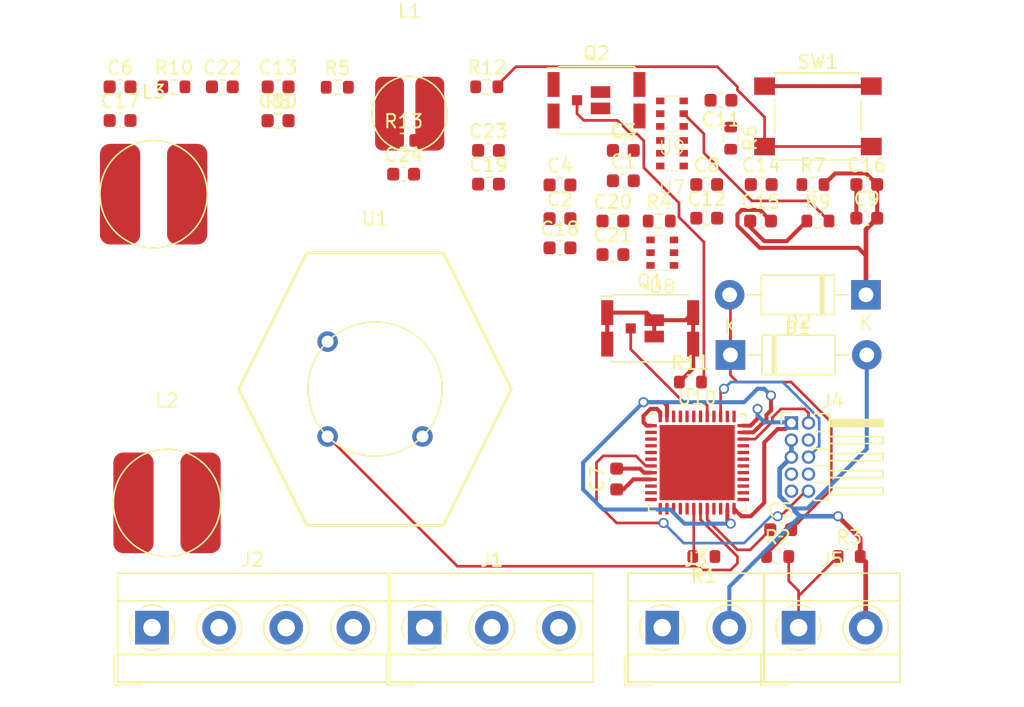
<source format=kicad_pcb>
(kicad_pcb (version 20211014) (generator pcbnew)
  (layers (0 "F.Cu" signal) (31 "B.Cu" signal) (34 "B.Paste" user) (35 "F.Paste" user) (36 "B.SilkS" user "B.Silkscreen") (37 "F.SilkS" user "F.Silkscreen") (38 "B.Mask" user) (39 "F.Mask" user) (44 "Edge.Cuts" user))
  (net 0 "")
  (net 1 "GND12V")
  (net 2 "Net-(C5-Pad2)")
  (net 3 "+5V")
  (net 4 "temper")
  (net 5 "I2C_1_SDA")
  (net 6 "I2C_1_CLK")
  (net 7 "+BATT")
  (net 8 "+3.3V")
  (net 9 "SWDIO")
  (net 10 "SWDLK")
  (net 11 "TDO")
  (net 13 "TDI")
  (net 15 "RST")
  (net 16 "Net-(C6-Pad1)")
  (net 17 "Net-(C10-Pad1)")
  (net 18 "+12V")
  (net 19 "Net-(C14-Pad1)")
  (net 20 "peri_power_1")
  (net 21 "peri_power_2")
  (net 22 "Net-(C6-Pad2)")
  (net 23 "Net-(R4-Pad2)")
  (net 24 "Net-(C10-Pad2)")
  (net 25 "Net-(R6-Pad2)")
  (net 26 "Net-(C14-Pad2)")
  (net 27 "Net-(R10-Pad1)")
  (net 41 "pres")
  (net 42 "acoustic")
  (net 45 "3.3V_GND")
  (net 55 "ch4_B")
  (net 56 "Net-(C18-Pad2)")
  (net 57 "ch4_A")
  (net 58 "Net-(BZ1-Pad1)")
  (net 59 "Net-(R12-Pad2)")
  (net 60 "Net-(U1-Pad1)")
  (net 61 "Net-(U1-Pad3)")
  (footprint "TerminalBlock_MetzConnect:TerminalBlock_MetzConnect_Type055_RT01502HDWU_1x02_P5.00mm_Horizontal" (layer "F.Cu") (at 152.4 114.3)
    (fp_text reference "J3" (at 2.5 -5.06) (layer "F.SilkS"))
    (fp_text value "Screw_Terminal_01x02")
    (pad "1" thru_hole rect (at 0 0) (size 2.5 2.5) (drill 1.3) (layers *.Cu *.Mask) (net 7 "+BATT"))
    (pad "2" thru_hole circle (at 5 0) (size 2.5 2.5) (drill 1.3) (layers *.Cu *.Mask) (net 1 "GND12V"))
  )
  (footprint "Capacitor_SMD:C_0603_1608Metric" (layer "F.Cu") (at 149 103.225 90)
    (fp_text reference "C7" (at 0 -1.43 90) (layer "F.SilkS"))
    (fp_text value "10uF 4.5 mR")
    (pad "1" smd roundrect (at -0.775 0 90) (size 0.9 0.95) (layers "F.Cu" "F.Paste" "F.Mask") (net 8 "+3.3V"))
    (pad "2" smd roundrect (at 0.775 0 90) (size 0.9 0.95) (layers "F.Cu" "F.Paste" "F.Mask") (net 1 "GND12V"))
  )
  (footprint "Diode_THT:D_DO-41_SOD81_P10.16mm_Horizontal" (layer "F.Cu") (at 167.58 89.5 180)
    (fp_text reference "D1" (at 5.08 -2.47) (layer "F.SilkS"))
    (fp_text value "1N4004")
    (fp_text user "K" (at 0 -2.1) (layer "F.SilkS"))
    (pad "1" thru_hole rect (at 0 0 180) (size 2.2 2.2) (drill 1.1) (layers *.Cu *.Mask) (net 1 "GND12V"))
    (pad "2" thru_hole oval (at 10.16 0 180) (size 2.2 2.2) (drill 1.1) (layers *.Cu *.Mask) (net 2 "Net-(C5-Pad2)"))
  )
  (footprint "Capacitor_SMD:C_0603_1608Metric" (layer "F.Cu") (at 148.725 84)
    (fp_text reference "C20" (at 0 -1.43) (layer "F.SilkS"))
    (fp_text value "100nF")
    (pad "1" smd roundrect (at -0.775 0) (size 0.9 0.95) (layers "F.Cu" "F.Paste" "F.Mask") (net 8 "+3.3V"))
    (pad "2" smd roundrect (at 0.775 0) (size 0.9 0.95) (layers "F.Cu" "F.Paste" "F.Mask") (net 45 "3.3V_GND"))
  )
  (footprint "Capacitor_SMD:C_0603_1608Metric" (layer "F.Cu") (at 159.725 84)
    (fp_text reference "C15" (at 0 -1.43) (layer "F.SilkS"))
    (fp_text value "10uF 2.2mR")
    (pad "1" smd roundrect (at -0.775 0) (size 0.9 0.95) (layers "F.Cu" "F.Paste" "F.Mask") (net 3 "+5V"))
    (pad "2" smd roundrect (at 0.775 0) (size 0.9 0.95) (layers "F.Cu" "F.Paste" "F.Mask") (net 1 "GND12V"))
  )
  (footprint "Capacitor_SMD:C_0603_1608Metric" (layer "F.Cu") (at 112 76.51)
    (fp_text reference "C17" (at 0 -1.43) (layer "F.SilkS"))
    (fp_text value "100nF 20mR")
    (pad "1" smd roundrect (at -0.775 0) (size 0.9 0.95) (layers "F.Cu" "F.Paste" "F.Mask") (net 7 "+BATT"))
    (pad "2" smd roundrect (at 0.775 0) (size 0.9 0.95) (layers "F.Cu" "F.Paste" "F.Mask") (net 1 "GND12V"))
  )
  (footprint "Connector_PinHeader_1.27mm:PinHeader_2x05_P1.27mm_Horizontal" (layer "F.Cu") (at 162.025 99.05)
    (fp_text reference "J4" (at 3.0675 -1.635) (layer "F.SilkS"))
    (fp_text value "Conn_ARM_JTAG_SWD_10")
    (pad "1" thru_hole rect (at 0 0) (size 1 1) (drill 0.65) (layers *.Cu *.Mask) (net 8 "+3.3V"))
    (pad "2" thru_hole oval (at 1.27 0) (size 1 1) (drill 0.65) (layers *.Cu *.Mask) (net 9 "SWDIO"))
    (pad "3" thru_hole oval (at 0 1.27) (size 1 1) (drill 0.65) (layers *.Cu *.Mask) (net 1 "GND12V"))
    (pad "4" thru_hole oval (at 1.27 1.27) (size 1 1) (drill 0.65) (layers *.Cu *.Mask) (net 10 "SWDLK"))
    (pad "5" thru_hole oval (at 0 2.54) (size 1 1) (drill 0.65) (layers *.Cu *.Mask) (net 1 "GND12V"))
    (pad "6" thru_hole oval (at 1.27 2.54) (size 1 1) (drill 0.65) (layers *.Cu *.Mask) (net 11 "TDO"))
    (pad "7" thru_hole oval (at 0 3.81) (size 1 1) (drill 0.65) (layers *.Cu *.Mask))
    (pad "8" thru_hole oval (at 1.27 3.81) (size 1 1) (drill 0.65) (layers *.Cu *.Mask) (net 13 "TDI"))
    (pad "9" thru_hole oval (at 0 5.08) (size 1 1) (drill 0.65) (layers *.Cu *.Mask))
    (pad "10" thru_hole oval (at 1.27 5.08) (size 1 1) (drill 0.65) (layers *.Cu *.Mask) (net 15 "RST"))
  )
  (footprint "Capacitor_SMD:C_0603_1608Metric" (layer "F.Cu") (at 139.455 78.74)
    (fp_text reference "C23" (at 0 -1.43) (layer "F.SilkS"))
    (fp_text value "100nF")
    (pad "1" smd roundrect (at -0.775 0) (size 0.9 0.95) (layers "F.Cu" "F.Paste" "F.Mask") (net 8 "+3.3V"))
    (pad "2" smd roundrect (at 0.775 0) (size 0.9 0.95) (layers "F.Cu" "F.Paste" "F.Mask") (net 1 "GND12V"))
  )
  (footprint "Resistor_SMD:R_0603_1608Metric" (layer "F.Cu") (at 128.185 74.03)
    (fp_text reference "R5" (at 0 -1.43) (layer "F.SilkS"))
    (fp_text value "22kR")
    (pad "1" smd roundrect (at -0.825 0) (size 0.8 0.95) (layers "F.Cu" "F.Paste" "F.Mask") (net 23 "Net-(R4-Pad2)"))
    (pad "2" smd roundrect (at 0.825 0) (size 0.8 0.95) (layers "F.Cu" "F.Paste" "F.Mask") (net 1 "GND12V"))
  )
  (footprint "Resistor_SMD:R_0603_1608Metric" (layer "F.Cu") (at 155.5 109 180)
    (fp_text reference "R1" (at 0 -1.43) (layer "F.SilkS"))
    (fp_text value "4.7KR")
    (pad "1" smd roundrect (at -0.825 0 180) (size 0.8 0.95) (layers "F.Cu" "F.Paste" "F.Mask") (net 3 "+5V"))
    (pad "2" smd roundrect (at 0.825 0 180) (size 0.8 0.95) (layers "F.Cu" "F.Paste" "F.Mask") (net 4 "temper"))
  )
  (footprint "m12:m12con" (layer "F.Cu") (at 131 96.52)
    (fp_text reference "U1" (at 0 -12.7 unlocked) (layer "F.SilkS"))
    (fp_text value "4002B")
    (pad "1" thru_hole circle (at -3.535 -3.535) (size 1.524 1.524) (drill 0.9) (layers *.Cu *.Mask) (net 60 "Net-(U1-Pad1)"))
    (pad "2" thru_hole circle (at -3.535 3.535) (size 1.524 1.524) (drill 0.9) (layers *.Cu *.Mask) (net 41 "pres"))
    (pad "3" thru_hole circle (at 3.535 3.535) (size 1.524 1.524) (drill 0.9) (layers *.Cu *.Mask) (net 61 "Net-(U1-Pad3)"))
  )
  (footprint "Resistor_SMD:R_0603_1608Metric" (layer "F.Cu") (at 116.01 74)
    (fp_text reference "R10" (at 0 -1.43) (layer "F.SilkS"))
    (fp_text value "22kR")
    (pad "1" smd roundrect (at -0.825 0) (size 0.8 0.95) (layers "F.Cu" "F.Paste" "F.Mask") (net 27 "Net-(R10-Pad1)"))
    (pad "2" smd roundrect (at 0.825 0) (size 0.8 0.95) (layers "F.Cu" "F.Paste" "F.Mask") (net 1 "GND12V"))
  )
  (footprint "Resistor_SMD:R_0603_1608Metric" (layer "F.Cu") (at 154.5 96)
    (fp_text reference "R11" (at 0 -1.43) (layer "F.SilkS"))
    (fp_text value "10kR")
    (pad "1" smd roundrect (at -0.825 0) (size 0.8 0.95) (layers "F.Cu" "F.Paste" "F.Mask") (net 1 "GND12V"))
    (pad "2" smd roundrect (at 0.825 0) (size 0.8 0.95) (layers "F.Cu" "F.Paste" "F.Mask") (net 21 "peri_power_2"))
  )
  (footprint "Resistor_SMD:R_0603_1608Metric" (layer "F.Cu") (at 133.13 78)
    (fp_text reference "R13" (at 0 -1.43) (layer "F.SilkS"))
    (fp_text value "500kR")
    (pad "1" smd roundrect (at -0.825 0) (size 0.8 0.95) (layers "F.Cu" "F.Paste" "F.Mask") (net 59 "Net-(R12-Pad2)"))
    (pad "2" smd roundrect (at 0.825 0) (size 0.8 0.95) (layers "F.Cu" "F.Paste" "F.Mask") (net 1 "GND12V"))
  )
  (footprint "Capacitor_SMD:C_0603_1608Metric" (layer "F.Cu") (at 144.78 86)
    (fp_text reference "C18" (at 0 -1.43) (layer "F.SilkS"))
    (fp_text value "100nF")
    (pad "1" smd roundrect (at -0.775 0) (size 0.9 0.95) (layers "F.Cu" "F.Paste" "F.Mask") (net 1 "GND12V"))
    (pad "2" smd roundrect (at 0.775 0) (size 0.9 0.95) (layers "F.Cu" "F.Paste" "F.Mask") (net 56 "Net-(C18-Pad2)"))
  )
  (footprint "Capacitor_SMD:C_0603_1608Metric" (layer "F.Cu") (at 167.64 83.79)
    (fp_text reference "C9" (at 0 -1.43) (layer "F.SilkS"))
    (fp_text value "100nF 3mR")
    (pad "1" smd roundrect (at -0.775 0) (size 0.9 0.95) (layers "F.Cu" "F.Paste" "F.Mask") (net 7 "+BATT"))
    (pad "2" smd roundrect (at 0.775 0) (size 0.9 0.95) (layers "F.Cu" "F.Paste" "F.Mask") (net 1 "GND12V"))
  )
  (footprint "inductor:NPI75C150MTRF" (layer "F.Cu") (at 115.5 105)
    (fp_text reference "L2" (at 0 -7.62 unlocked) (layer "F.SilkS"))
    (fp_text value "15uH 90mR 1.6A")
    (pad "1" smd roundrect (at -2.5 0) (size 3 7.5) (layers "F.Cu" "F.Paste" "F.Mask") (net 17 "Net-(C10-Pad1)"))
    (pad "2" smd roundrect (at 2.5 0) (size 3 7.5) (layers "F.Cu" "F.Paste" "F.Mask") (net 18 "+12V"))
  )
  (footprint "Capacitor_SMD:C_0603_1608Metric" (layer "F.Cu") (at 144.78 81.31)
    (fp_text reference "C4" (at 0 -1.43) (layer "F.SilkS"))
    (fp_text value "100nF")
    (pad "1" smd roundrect (at -0.775 0) (size 0.9 0.95) (layers "F.Cu" "F.Paste" "F.Mask") (net 3 "+5V"))
    (pad "2" smd roundrect (at 0.775 0) (size 0.9 0.95) (layers "F.Cu" "F.Paste" "F.Mask") (net 1 "GND12V"))
  )
  (footprint "Capacitor_SMD:C_0603_1608Metric" (layer "F.Cu") (at 144.78 83.82)
    (fp_text reference "C2" (at 0 -1.43) (layer "F.SilkS"))
    (fp_text value "100nF")
    (pad "1" smd roundrect (at -0.775 0) (size 0.9 0.95) (layers "F.Cu" "F.Paste" "F.Mask") (net 18 "+12V"))
    (pad "2" smd roundrect (at 0.775 0) (size 0.9 0.95) (layers "F.Cu" "F.Paste" "F.Mask") (net 1 "GND12V"))
  )
  (footprint "Diode_THT:D_DO-41_SOD81_P10.16mm_Horizontal" (layer "F.Cu") (at 157.48 93.98)
    (fp_text reference "D2" (at 5.08 -2.47) (layer "F.SilkS"))
    (fp_text value "1N4004")
    (fp_text user "K" (at 0 -2.1) (layer "F.SilkS"))
    (pad "1" thru_hole rect (at 0 0) (size 2.2 2.2) (drill 1.1) (layers *.Cu *.Mask) (net 2 "Net-(C5-Pad2)"))
    (pad "2" thru_hole oval (at 10.16 0) (size 2.2 2.2) (drill 1.1) (layers *.Cu *.Mask) (net 1 "GND12V"))
  )
  (footprint "Capacitor_SMD:C_0603_1608Metric" (layer "F.Cu") (at 123.775 74)
    (fp_text reference "C13" (at 0 -1.43) (layer "F.SilkS"))
    (fp_text value "100nF 3mR")
    (pad "1" smd roundrect (at -0.775 0) (size 0.9 0.95) (layers "F.Cu" "F.Paste" "F.Mask") (net 7 "+BATT"))
    (pad "2" smd roundrect (at 0.775 0) (size 0.9 0.95) (layers "F.Cu" "F.Paste" "F.Mask") (net 1 "GND12V"))
  )
  (footprint "Button_Switch_SMD:SW_Push_1P1T_NO_6x6mm_H9.5mm" (layer "F.Cu") (at 164 76.2)
    (fp_text reference "SW1" (at 0 -4.05) (layer "F.SilkS"))
    (fp_text value "SW_Push")
    (pad "1" smd rect (at -3.975 -2.25) (size 1.55 1.3) (layers "F.Cu" "F.Paste" "F.Mask") (net 8 "+3.3V"))
    (pad "1" smd rect (at 3.975 -2.25) (size 1.55 1.3) (layers "F.Cu" "F.Paste" "F.Mask") (net 8 "+3.3V"))
    (pad "2" smd rect (at -3.975 2.25) (size 1.55 1.3) (layers "F.Cu" "F.Paste" "F.Mask") (net 59 "Net-(R12-Pad2)"))
    (pad "2" smd rect (at 3.975 2.25) (size 1.55 1.3) (layers "F.Cu" "F.Paste" "F.Mask") (net 59 "Net-(R12-Pad2)"))
  )
  (footprint "Capacitor_SMD:C_0603_1608Metric" (layer "F.Cu") (at 123.775 76.51)
    (fp_text reference "C10" (at 0 -1.43) (layer "F.SilkS"))
    (fp_text value "100nF 1mR")
    (pad "1" smd roundrect (at -0.775 0) (size 0.9 0.95) (layers "F.Cu" "F.Paste" "F.Mask") (net 17 "Net-(C10-Pad1)"))
    (pad "2" smd roundrect (at 0.775 0) (size 0.9 0.95) (layers "F.Cu" "F.Paste" "F.Mask") (net 24 "Net-(C10-Pad2)"))
  )
  (footprint "Capacitor_SMD:C_0603_1608Metric" (layer "F.Cu") (at 148.725 86.5)
    (fp_text reference "C21" (at 0 -1.43) (layer "F.SilkS"))
    (fp_text value "100nF")
    (pad "1" smd roundrect (at -0.775 0) (size 0.9 0.95) (layers "F.Cu" "F.Paste" "F.Mask") (net 8 "+3.3V"))
    (pad "2" smd roundrect (at 0.775 0) (size 0.9 0.95) (layers "F.Cu" "F.Paste" "F.Mask") (net 45 "3.3V_GND"))
  )
  (footprint "Resistor_SMD:R_0603_1608Metric" (layer "F.Cu") (at 164 84)
    (fp_text reference "R9" (at 0 -1.43) (layer "F.SilkS"))
    (fp_text value "115kR")
    (pad "1" smd roundrect (at -0.825 0) (size 0.8 0.95) (layers "F.Cu" "F.Paste" "F.Mask") (net 3 "+5V"))
    (pad "2" smd roundrect (at 0.825 0) (size 0.8 0.95) (layers "F.Cu" "F.Paste" "F.Mask") (net 27 "Net-(R10-Pad1)"))
  )
  (footprint "Capacitor_SMD:C_0603_1608Metric" (layer "F.Cu") (at 112 74)
    (fp_text reference "C6" (at 0 -1.43) (layer "F.SilkS"))
    (fp_text value "100nF 1mR")
    (pad "1" smd roundrect (at -0.775 0) (size 0.9 0.95) (layers "F.Cu" "F.Paste" "F.Mask") (net 16 "Net-(C6-Pad1)"))
    (pad "2" smd roundrect (at 0.775 0) (size 0.9 0.95) (layers "F.Cu" "F.Paste" "F.Mask") (net 22 "Net-(C6-Pad2)"))
  )
  (footprint "LMR:lmr" (layer "F.Cu") (at 153.125 78.95)
    (fp_text reference "U7" (at 0 2.54 unlocked) (layer "F.SilkS") (effects (font (thickness 0.1))))
    (fp_text value "LMR54406DBVR")
    (pad "1" smd rect (at -0.875 -0.95) (size 0.625 0.5) (layers "F.Cu" "F.Paste" "F.Mask") (net 22 "Net-(C6-Pad2)"))
    (pad "2" smd rect (at -0.875 0) (size 0.625 0.5) (layers "F.Cu" "F.Paste" "F.Mask") (net 7 "+BATT"))
    (pad "3" smd rect (at -0.875 0.95) (size 0.625 0.5) (layers "F.Cu" "F.Paste" "F.Mask") (net 7 "+BATT"))
    (pad "4" smd rect (at 0.875 0.95) (size 0.625 0.5) (layers "F.Cu" "F.Paste" "F.Mask") (net 16 "Net-(C6-Pad1)"))
    (pad "5" smd rect (at 0.875 0) (size 0.625 0.5) (layers "F.Cu" "F.Paste" "F.Mask") (net 23 "Net-(R4-Pad2)"))
    (pad "6" smd rect (at 0.875 -0.95) (size 0.625 0.5) (layers "F.Cu" "F.Paste" "F.Mask") (net 1 "GND12V"))
  )
  (footprint "inductor:NPI54C120MTRF" (layer "F.Cu") (at 133.58 76)
    (fp_text reference "L1" (at 0 -7.62 unlocked) (layer "F.SilkS"))
    (fp_text value "12uH 100mR 1.6A")
    (pad "1" smd roundrect (at -1.5 0) (size 2.15 5.5) (layers "F.Cu" "F.Paste" "F.Mask") (net 16 "Net-(C6-Pad1)"))
    (pad "2" smd roundrect (at 1.5 0) (size 2.15 5.5) (layers "F.Cu" "F.Paste" "F.Mask") (net 8 "+3.3V"))
  )
  (footprint "Resistor_SMD:R_0603_1608Metric" (layer "F.Cu") (at 157.5 77.825 -90)
    (fp_text reference "R6" (at 0 -1.43 90) (layer "F.SilkS"))
    (fp_text value "309kR")
    (pad "1" smd roundrect (at -0.825 0 270) (size 0.8 0.95) (layers "F.Cu" "F.Paste" "F.Mask") (net 18 "+12V"))
    (pad "2" smd roundrect (at 0.825 0 270) (size 0.8 0.95) (layers "F.Cu" "F.Paste" "F.Mask") (net 25 "Net-(R6-Pad2)"))
  )
  (footprint "LMR:lmr" (layer "F.Cu") (at 153.125 76)
    (fp_text reference "U9" (at 0 2.54 unlocked) (layer "F.SilkS") (effects (font (thickness 0.1))))
    (fp_text value "LMR54406DBVR")
    (pad "1" smd rect (at -0.875 -0.95) (size 0.625 0.5) (layers "F.Cu" "F.Paste" "F.Mask") (net 26 "Net-(C14-Pad2)"))
    (pad "2" smd rect (at -0.875 0) (size 0.625 0.5) (layers "F.Cu" "F.Paste" "F.Mask") (net 7 "+BATT"))
    (pad "3" smd rect (at -0.875 0.95) (size 0.625 0.5) (layers "F.Cu" "F.Paste" "F.Mask") (net 7 "+BATT"))
    (pad "4" smd rect (at 0.875 0.95) (size 0.625 0.5) (layers "F.Cu" "F.Paste" "F.Mask") (net 19 "Net-(C14-Pad1)"))
    (pad "5" smd rect (at 0.875 0) (size 0.625 0.5) (layers "F.Cu" "F.Paste" "F.Mask") (net 27 "Net-(R10-Pad1)"))
    (pad "6" smd rect (at 0.875 -0.95) (size 0.625 0.5) (layers "F.Cu" "F.Paste" "F.Mask") (net 1 "GND12V"))
  )
  (footprint "Resistor_SMD:R_0603_1608Metric" (layer "F.Cu") (at 163.63 81.28)
    (fp_text reference "R7" (at 0 -1.43) (layer "F.SilkS"))
    (fp_text value "22kR")
    (pad "1" smd roundrect (at -0.825 0) (size 0.8 0.95) (layers "F.Cu" "F.Paste" "F.Mask") (net 25 "Net-(R6-Pad2)"))
    (pad "2" smd roundrect (at 0.825 0) (size 0.8 0.95) (layers "F.Cu" "F.Paste" "F.Mask") (net 1 "GND12V"))
  )
  (footprint "Capacitor_SMD:C_0603_1608Metric" (layer "F.Cu") (at 149.5 81)
    (fp_text reference "C1" (at 0 -1.43) (layer "F.SilkS"))
    (fp_text value "100nF")
    (pad "1" smd roundrect (at -0.775 0) (size 0.9 0.95) (layers "F.Cu" "F.Paste" "F.Mask") (net 3 "+5V"))
    (pad "2" smd roundrect (at 0.775 0) (size 0.9 0.95) (layers "F.Cu" "F.Paste" "F.Mask") (net 1 "GND12V"))
  )
  (footprint "Package_DFN_QFN:QFN-48-1EP_7x7mm_P0.5mm_EP5.6x5.6mm" (layer "F.Cu") (at 155 102)
    (fp_text reference "U10" (at 0 -4.82) (layer "F.SilkS"))
    (fp_text value "STM32F103CBUx")
    (pad "1" smd roundrect (at -3.4375 -2.75) (size 0.875 0.25) (layers "F.Cu" "F.Paste" "F.Mask") (net 8 "+3.3V"))
    (pad "2" smd roundrect (at -3.4375 -2.25) (size 0.875 0.25) (layers "F.Cu" "F.Paste" "F.Mask"))
    (pad "3" smd roundrect (at -3.4375 -1.75) (size 0.875 0.25) (layers "F.Cu" "F.Paste" "F.Mask"))
    (pad "4" smd roundrect (at -3.4375 -1.25) (size 0.875 0.25) (layers "F.Cu" "F.Paste" "F.Mask"))
    (pad "5" smd roundrect (at -3.4375 -0.75) (size 0.875 0.25) (layers "F.Cu" "F.Paste" "F.Mask"))
    (pad "6" smd roundrect (at -3.4375 -0.25) (size 0.875 0.25) (layers "F.Cu" "F.Paste" "F.Mask"))
    (pad "7" smd roundrect (at -3.4375 0.25) (size 0.875 0.25) (layers "F.Cu" "F.Paste" "F.Mask") (net 15 "RST"))
    (pad "8" smd roundrect (at -3.4375 0.75) (size 0.875 0.25) (layers "F.Cu" "F.Paste" "F.Mask") (net 1 "GND12V"))
    (pad "9" smd roundrect (at -3.4375 1.25) (size 0.875 0.25) (layers "F.Cu" "F.Paste" "F.Mask") (net 8 "+3.3V"))
    (pad "10" smd roundrect (at -3.4375 1.75) (size 0.875 0.25) (layers "F.Cu" "F.Paste" "F.Mask"))
    (pad "11" smd roundrect (at -3.4375 2.25) (size 0.875 0.25) (layers "F.Cu" "F.Paste" "F.Mask"))
    (pad "12" smd roundrect (at -3.4375 2.75) (size 0.875 0.25) (layers "F.Cu" "F.Paste" "F.Mask"))
    (pad "13" smd roundrect (at -2.75 3.4375) (size 0.25 0.875) (layers "F.Cu" "F.Paste" "F.Mask"))
    (pad "14" smd roundrect (at -2.25 3.4375) (size 0.25 0.875) (layers "F.Cu" "F.Paste" "F.Mask"))
    (pad "15" smd roundrect (at -1.75 3.4375) (size 0.25 0.875) (layers "F.Cu" "F.Paste" "F.Mask"))
    (pad "16" smd roundrect (at -1.25 3.4375) (size 0.25 0.875) (layers "F.Cu" "F.Paste" "F.Mask"))
    (pad "17" smd roundrect (at -0.75 3.4375) (size 0.25 0.875) (layers "F.Cu" "F.Paste" "F.Mask"))
    (pad "18" smd roundrect (at -0.25 3.4375) (size 0.25 0.875) (layers "F.Cu" "F.Paste" "F.Mask") (net 4 "temper"))
    (pad "19" smd roundrect (at 0.25 3.4375) (size 0.25 0.875) (layers "F.Cu" "F.Paste" "F.Mask") (net 41 "pres"))
    (pad "20" smd roundrect (at 0.75 3.4375) (size 0.25 0.875) (layers "F.Cu" "F.Paste" "F.Mask") (net 42 "acoustic"))
    (pad "21" smd roundrect (at 1.25 3.4375) (size 0.25 0.875) (layers "F.Cu" "F.Paste" "F.Mask"))
    (pad "22" smd roundrect (at 1.75 3.4375) (size 0.25 0.875) (layers "F.Cu" "F.Paste" "F.Mask"))
    (pad "23" smd roundrect (at 2.25 3.4375) (size 0.25 0.875) (layers "F.Cu" "F.Paste" "F.Mask") (net 45 "3.3V_GND"))
    (pad "24" smd roundrect (at 2.75 3.4375) (size 0.25 0.875) (layers "F.Cu" "F.Paste" "F.Mask") (net 8 "+3.3V"))
    (pad "25" smd roundrect (at 3.4375 2.75) (size 0.875 0.25) (layers "F.Cu" "F.Paste" "F.Mask"))
    (pad "26" smd roundrect (at 3.4375 2.25) (size 0.875 0.25) (layers "F.Cu" "F.Paste" "F.Mask"))
    (pad "27" smd roundrect (at 3.4375 1.75) (size 0.875 0.25) (layers "F.Cu" "F.Paste" "F.Mask"))
    (pad "28" smd roundrect (at 3.4375 1.25) (size 0.875 0.25) (layers "F.Cu" "F.Paste" "F.Mask"))
    (pad "29" smd roundrect (at 3.4375 0.75) (size 0.875 0.25) (layers "F.Cu" "F.Paste" "F.Mask"))
    (pad "30" smd roundrect (at 3.4375 0.25) (size 0.875 0.25) (layers "F.Cu" "F.Paste" "F.Mask"))
    (pad "31" smd roundrect (at 3.4375 -0.25) (size 0.875 0.25) (layers "F.Cu" "F.Paste" "F.Mask"))
    (pad "32" smd roundrect (at 3.4375 -0.75) (size 0.875 0.25) (layers "F.Cu" "F.Paste" "F.Mask"))
    (pad "33" smd roundrect (at 3.4375 -1.25) (size 0.875 0.25) (layers "F.Cu" "F.Paste" "F.Mask"))
    (pad "34" smd roundrect (at 3.4375 -1.75) (size 0.875 0.25) (layers "F.Cu" "F.Paste" "F.Mask") (net 9 "SWDIO"))
    (pad "35" smd roundrect (at 3.4375 -2.25) (size 0.875 0.25) (layers "F.Cu" "F.Paste" "F.Mask") (net 45 "3.3V_GND"))
    (pad "36" smd roundrect (at 3.4375 -2.75) (size 0.875 0.25) (layers "F.Cu" "F.Paste" "F.Mask") (net 8 "+3.3V"))
    (pad "37" smd roundrect (at 2.75 -3.4375) (size 0.25 0.875) (layers "F.Cu" "F.Paste" "F.Mask") (net 10 "SWDLK"))
    (pad "38" smd roundrect (at 2.25 -3.4375) (size 0.25 0.875) (layers "F.Cu" "F.Paste" "F.Mask") (net 13 "TDI"))
    (pad "39" smd roundrect (at 1.75 -3.4375) (size 0.25 0.875) (layers "F.Cu" "F.Paste" "F.Mask") (net 11 "TDO"))
    (pad "40" smd roundrect (at 1.25 -3.4375) (size 0.25 0.875) (layers "F.Cu" "F.Paste" "F.Mask") (net 55 "ch4_B"))
    (pad "41" smd roundrect (at 0.75 -3.4375) (size 0.25 0.875) (layers "F.Cu" "F.Paste" "F.Mask") (net 20 "peri_power_1"))
    (pad "42" smd roundrect (at 0.25 -3.4375) (size 0.25 0.875) (layers "F.Cu" "F.Paste" "F.Mask") (net 6 "I2C_1_CLK"))
    (pad "43" smd roundrect (at -0.25 -3.4375) (size 0.25 0.875) (layers "F.Cu" "F.Paste" "F.Mask") (net 5 "I2C_1_SDA"))
    (pad "44" smd roundrect (at -0.75 -3.4375) (size 0.25 0.875) (layers "F.Cu" "F.Paste" "F.Mask") (net 56 "Net-(C18-Pad2)"))
    (pad "45" smd roundrect (at -1.25 -3.4375) (size 0.25 0.875) (layers "F.Cu" "F.Paste" "F.Mask") (net 21 "peri_power_2"))
    (pad "46" smd roundrect (at -1.75 -3.4375) (size 0.25 0.875) (layers "F.Cu" "F.Paste" "F.Mask") (net 57 "ch4_A"))
    (pad "47" smd roundrect (at -2.25 -3.4375) (size 0.25 0.875) (layers "F.Cu" "F.Paste" "F.Mask") (net 45 "3.3V_GND"))
    (pad "48" smd roundrect (at -2.75 -3.4375) (size 0.25 0.875) (layers "F.Cu" "F.Paste" "F.Mask") (net 8 "+3.3V"))
    (pad "49" smd rect (at 0 0) (size 5.6 5.6) (layers "F.Cu" "F.Mask") (net 45 "3.3V_GND"))
  )
  (footprint "TerminalBlock_MetzConnect:TerminalBlock_MetzConnect_Type055_RT01503HDWU_1x03_P5.00mm_Horizontal" (layer "F.Cu") (at 134.7 114.3)
    (fp_text reference "J1" (at 5 -5.06) (layer "F.SilkS"))
    (fp_text value "Screw_Terminal_01x03")
    (pad "1" thru_hole rect (at 0 0) (size 2.5 2.5) (drill 1.3) (layers *.Cu *.Mask) (net 3 "+5V"))
    (pad "2" thru_hole circle (at 5 0) (size 2.5 2.5) (drill 1.3) (layers *.Cu *.Mask) (net 1 "GND12V"))
    (pad "3" thru_hole circle (at 10 0) (size 2.5 2.5) (drill 1.3) (layers *.Cu *.Mask) (net 4 "temper"))
  )
  (footprint "Capacitor_SMD:C_0603_1608Metric" (layer "F.Cu") (at 149.5 78.74)
    (fp_text reference "C3" (at 0 -1.43) (layer "F.SilkS"))
    (fp_text value "100nF")
    (pad "1" smd roundrect (at -0.775 0) (size 0.9 0.95) (layers "F.Cu" "F.Paste" "F.Mask") (net 18 "+12V"))
    (pad "2" smd roundrect (at 0.775 0) (size 0.9 0.95) (layers "F.Cu" "F.Paste" "F.Mask") (net 1 "GND12V"))
  )
  (footprint "LMR:lmr" (layer "F.Cu") (at 152.4 86.36)
    (fp_text reference "U8" (at 0 2.54 unlocked) (layer "F.SilkS") (effects (font (thickness 0.1))))
    (fp_text value "LMR54406DBVR")
    (pad "1" smd rect (at -0.875 -0.95) (size 0.625 0.5) (layers "F.Cu" "F.Paste" "F.Mask") (net 24 "Net-(C10-Pad2)"))
    (pad "2" smd rect (at -0.875 0) (size 0.625 0.5) (layers "F.Cu" "F.Paste" "F.Mask") (net 7 "+BATT"))
    (pad "3" smd rect (at -0.875 0.95) (size 0.625 0.5) (layers "F.Cu" "F.Paste" "F.Mask") (net 7 "+BATT"))
    (pad "4" smd rect (at 0.875 0.95) (size 0.625 0.5) (layers "F.Cu" "F.Paste" "F.Mask") (net 17 "Net-(C10-Pad1)"))
    (pad "5" smd rect (at 0.875 0) (size 0.625 0.5) (layers "F.Cu" "F.Paste" "F.Mask") (net 25 "Net-(R6-Pad2)"))
    (pad "6" smd rect (at 0.875 -0.95) (size 0.625 0.5) (layers "F.Cu" "F.Paste" "F.Mask") (net 1 "GND12V"))
  )
  (footprint "inductor:NPI75C150MTRF" (layer "F.Cu") (at 114.5 82)
    (fp_text reference "L3" (at 0 -7.62 unlocked) (layer "F.SilkS"))
    (fp_text value "15uH 90mR 1.8A")
    (pad "1" smd roundrect (at -2.5 0) (size 3 7.5) (layers "F.Cu" "F.Paste" "F.Mask") (net 19 "Net-(C14-Pad1)"))
    (pad "2" smd roundrect (at 2.5 0) (size 3 7.5) (layers "F.Cu" "F.Paste" "F.Mask") (net 3 "+5V"))
  )
  (footprint "Resistor_SMD:R_0603_1608Metric" (layer "F.Cu") (at 139.325 74)
    (fp_text reference "R12" (at 0 -1.43) (layer "F.SilkS"))
    (fp_text value "10kR")
    (pad "1" smd roundrect (at -0.825 0) (size 0.8 0.95) (layers "F.Cu" "F.Paste" "F.Mask") (net 56 "Net-(C18-Pad2)"))
    (pad "2" smd roundrect (at 0.825 0) (size 0.8 0.95) (layers "F.Cu" "F.Paste" "F.Mask") (net 59 "Net-(R12-Pad2)"))
  )
  (footprint "Capacitor_SMD:C_0603_1608Metric" (layer "F.Cu") (at 167.64 81.28)
    (fp_text reference "C16" (at 0 -1.43) (layer "F.SilkS"))
    (fp_text value "10uF 4.5mR")
    (pad "1" smd roundrect (at -0.775 0) (size 0.9 0.95) (layers "F.Cu" "F.Paste" "F.Mask") (net 7 "+BATT"))
    (pad "2" smd roundrect (at 0.775 0) (size 0.9 0.95) (layers "F.Cu" "F.Paste" "F.Mask") (net 1 "GND12V"))
  )
  (footprint "Capacitor_SMD:C_0603_1608Metric" (layer "F.Cu") (at 119.62 74)
    (fp_text reference "C22" (at 0 -1.43) (layer "F.SilkS"))
    (fp_text value "100nF")
    (pad "1" smd roundrect (at -0.775 0) (size 0.9 0.95) (layers "F.Cu" "F.Paste" "F.Mask") (net 8 "+3.3V"))
    (pad "2" smd roundrect (at 0.775 0) (size 0.9 0.95) (layers "F.Cu" "F.Paste" "F.Mask") (net 45 "3.3V_GND"))
  )
  (footprint "Resistor_SMD:R_0603_1608Metric" (layer "F.Cu") (at 161 109)
    (fp_text reference "R2" (at 0 -1.43) (layer "F.SilkS"))
    (fp_text value "100R")
    (pad "1" smd roundrect (at -0.825 0) (size 0.8 0.95) (layers "F.Cu" "F.Paste" "F.Mask") (net 2 "Net-(C5-Pad2)"))
    (pad "2" smd roundrect (at 0.825 0) (size 0.8 0.95) (layers "F.Cu" "F.Paste" "F.Mask") (net 58 "Net-(BZ1-Pad1)"))
  )
  (footprint "Capacitor_SMD:C_0603_1608Metric" (layer "F.Cu") (at 159.775 81.28)
    (fp_text reference "C14" (at 0 -1.43) (layer "F.SilkS"))
    (fp_text value "100nF 1mR")
    (pad "1" smd roundrect (at -0.775 0) (size 0.9 0.95) (layers "F.Cu" "F.Paste" "F.Mask") (net 19 "Net-(C14-Pad1)"))
    (pad "2" smd roundrect (at 0.775 0) (size 0.9 0.95) (layers "F.Cu" "F.Paste" "F.Mask") (net 26 "Net-(C14-Pad2)"))
  )
  (footprint "Capacitor_SMD:C_0603_1608Metric" (layer "F.Cu") (at 156.775 75 180)
    (fp_text reference "C11" (at 0 -1.43) (layer "F.SilkS"))
    (fp_text value "10uF 4.5mR")
    (pad "1" smd roundrect (at -0.775 0 180) (size 0.9 0.95) (layers "F.Cu" "F.Paste" "F.Mask") (net 18 "+12V"))
    (pad "2" smd roundrect (at 0.775 0 180) (size 0.9 0.95) (layers "F.Cu" "F.Paste" "F.Mask") (net 1 "GND12V"))
  )
  (footprint "Capacitor_SMD:C_0603_1608Metric" (layer "F.Cu") (at 155.715 81.28)
    (fp_text reference "C8" (at 0 -1.43) (layer "F.SilkS"))
    (fp_text value "10uF 4.5mR")
    (pad "1" smd roundrect (at -0.775 0) (size 0.9 0.95) (layers "F.Cu" "F.Paste" "F.Mask") (net 7 "+BATT"))
    (pad "2" smd roundrect (at 0.775 0) (size 0.9 0.95) (layers "F.Cu" "F.Paste" "F.Mask") (net 1 "GND12V"))
  )
  (footprint "Capacitor_SMD:C_0603_1608Metric" (layer "F.Cu") (at 133.13 80.51)
    (fp_text reference "C24" (at 0 -1.43) (layer "F.SilkS"))
    (fp_text value "1uF")
    (pad "1" smd roundrect (at -0.775 0) (size 0.9 0.95) (layers "F.Cu" "F.Paste" "F.Mask") (net 8 "+3.3V"))
    (pad "2" smd roundrect (at 0.775 0) (size 0.9 0.95) (layers "F.Cu" "F.Paste" "F.Mask") (net 1 "GND12V"))
  )
  (footprint "TerminalBlock_MetzConnect:TerminalBlock_MetzConnect_Type055_RT01502HDWU_1x02_P5.00mm_Horizontal" (layer "F.Cu") (at 162.56 114.3)
    (fp_text reference "J5" (at 2.5 -5.06) (layer "F.SilkS"))
    (fp_text value "Screw_Terminal_01x02")
    (pad "1" thru_hole rect (at 0 0) (size 2.5 2.5) (drill 1.3) (layers *.Cu *.Mask) (net 58 "Net-(BZ1-Pad1)"))
    (pad "2" thru_hole circle (at 5 0) (size 2.5 2.5) (drill 1.3) (layers *.Cu *.Mask) (net 1 "GND12V"))
  )
  (footprint "Resistor_SMD:R_0603_1608Metric" (layer "F.Cu") (at 166.325 109)
    (fp_text reference "R3" (at 0 -1.43) (layer "F.SilkS"))
    (fp_text value "470k")
    (pad "1" smd roundrect (at -0.825 0) (size 0.8 0.95) (layers "F.Cu" "F.Paste" "F.Mask") (net 58 "Net-(BZ1-Pad1)"))
    (pad "2" smd roundrect (at 0.825 0) (size 0.8 0.95) (layers "F.Cu" "F.Paste" "F.Mask") (net 1 "GND12V"))
  )
  (footprint "Resistor_SMD:R_0603_1608Metric" (layer "F.Cu") (at 123.775 76.54)
    (fp_text reference "R8" (at 0 -1.43) (layer "F.SilkS"))
    (fp_text value "10kR")
    (pad "1" smd roundrect (at -0.825 0) (size 0.8 0.95) (layers "F.Cu" "F.Paste" "F.Mask") (net 1 "GND12V"))
    (pad "2" smd roundrect (at 0.825 0) (size 0.8 0.95) (layers "F.Cu" "F.Paste" "F.Mask") (net 20 "peri_power_1"))
  )
  (footprint "Resistor_SMD:R_0603_1608Metric" (layer "F.Cu") (at 152.175 84)
    (fp_text reference "R4" (at 0 -1.43) (layer "F.SilkS"))
    (fp_text value "70kR")
    (pad "1" smd roundrect (at -0.825 0) (size 0.8 0.95) (layers "F.Cu" "F.Paste" "F.Mask") (net 8 "+3.3V"))
    (pad "2" smd roundrect (at 0.825 0) (size 0.8 0.95) (layers "F.Cu" "F.Paste" "F.Mask") (net 23 "Net-(R4-Pad2)"))
  )
  (footprint "Capacitor_SMD:C_0603_1608Metric" (layer "F.Cu") (at 161.225 107)
    (fp_text reference "C5" (at 0 -1.43) (layer "F.SilkS"))
    (fp_text value "0.1uF")
    (pad "1" smd roundrect (at -0.775 0) (size 0.9 0.95) (layers "F.Cu" "F.Paste" "F.Mask") (net 42 "acoustic"))
    (pad "2" smd roundrect (at 0.775 0) (size 0.9 0.95) (layers "F.Cu" "F.Paste" "F.Mask") (net 2 "Net-(C5-Pad2)"))
  )
  (footprint "Capacitor_SMD:C_0603_1608Metric" (layer "F.Cu") (at 139.455 81.25)
    (fp_text reference "C19" (at 0 -1.43) (layer "F.SilkS"))
    (fp_text value "10uF")
    (pad "1" smd roundrect (at -0.775 0) (size 0.9 0.95) (layers "F.Cu" "F.Paste" "F.Mask") (net 8 "+3.3V"))
    (pad "2" smd roundrect (at 0.775 0) (size 0.9 0.95) (layers "F.Cu" "F.Paste" "F.Mask") (net 45 "3.3V_GND"))
  )
  (footprint "Package_DirectFET:DirectFET_MX" (layer "F.Cu") (at 151.5 92)
    (fp_text reference "Q1" (at 0 -3.5) (layer "F.SilkS"))
    (fp_text value "IRF6616")
    (pad "1" smd rect (at 3.2 -1.175) (size 0.9 1.85) (layers "F.Cu" "F.Paste" "F.Mask") (net 1 "GND12V"))
    (pad "1" smd rect (at -3.2 -1.175) (size 0.9 1.85) (layers "F.Cu" "F.Paste" "F.Mask") (net 1 "GND12V"))
    (pad "1" smd rect (at 3.2 1.175) (size 0.9 1.85) (layers "F.Cu" "F.Paste" "F.Mask") (net 1 "GND12V"))
    (pad "1" smd rect (at -3.2 1.175) (size 0.9 1.85) (layers "F.Cu" "F.Paste" "F.Mask") (net 1 "GND12V"))
    (pad "2" smd rect (at -1.45 0) (size 0.75 0.75) (layers "F.Cu" "F.Paste" "F.Mask") (net 20 "peri_power_1"))
    (pad "3" smd rect (at 0.3 -0.61) (size 1.45 0.87) (layers "F.Cu" "F.Paste" "F.Mask") (net 1 "GND12V"))
    (pad "3" smd rect (at 0.3 0.61) (size 1.45 0.87) (layers "F.Cu" "F.Paste" "F.Mask") (net 1 "GND12V"))
  )
  (footprint "TerminalBlock_MetzConnect:TerminalBlock_MetzConnect_Type055_RT01504HDWU_1x04_P5.00mm_Horizontal" (layer "F.Cu") (at 114.38 114.3)
    (fp_text reference "J2" (at 7.5 -5.06) (layer "F.SilkS"))
    (fp_text value "Screw_Terminal_01x04")
    (pad "1" thru_hole rect (at 0 0) (size 2.5 2.5) (drill 1.3) (layers *.Cu *.Mask) (net 3 "+5V"))
    (pad "2" thru_hole circle (at 5 0) (size 2.5 2.5) (drill 1.3) (layers *.Cu *.Mask) (net 1 "GND12V"))
    (pad "3" thru_hole circle (at 10 0) (size 2.5 2.5) (drill 1.3) (layers *.Cu *.Mask) (net 5 "I2C_1_SDA"))
    (pad "4" thru_hole circle (at 15 0) (size 2.5 2.5) (drill 1.3) (layers *.Cu *.Mask) (net 6 "I2C_1_CLK"))
  )
  (footprint "Package_DirectFET:DirectFET_MX" (layer "F.Cu") (at 147.5 75)
    (fp_text reference "Q2" (at 0 -3.5) (layer "F.SilkS"))
    (fp_text value "IRF6616")
    (pad "1" smd rect (at 3.2 -1.175) (size 0.9 1.85) (layers "F.Cu" "F.Paste" "F.Mask") (net 1 "GND12V"))
    (pad "1" smd rect (at -3.2 1.175) (size 0.9 1.85) (layers "F.Cu" "F.Paste" "F.Mask") (net 1 "GND12V"))
    (pad "1" smd rect (at -3.2 -1.175) (size 0.9 1.85) (layers "F.Cu" "F.Paste" "F.Mask") (net 1 "GND12V"))
    (pad "1" smd rect (at 3.2 1.175) (size 0.9 1.85) (layers "F.Cu" "F.Paste" "F.Mask") (net 1 "GND12V"))
    (pad "2" smd rect (at -1.45 0) (size 0.75 0.75) (layers "F.Cu" "F.Paste" "F.Mask") (net 21 "peri_power_2"))
    (pad "3" smd rect (at 0.3 -0.61) (size 1.45 0.87) (layers "F.Cu" "F.Paste" "F.Mask") (net 1 "GND12V"))
    (pad "3" smd rect (at 0.3 0.61) (size 1.45 0.87) (layers "F.Cu" "F.Paste" "F.Mask") (net 1 "GND12V"))
  )
  (footprint "Capacitor_SMD:C_0603_1608Metric" (layer "F.Cu") (at 155.715 83.79)
    (fp_text reference "C12" (at 0 -1.43) (layer "F.SilkS"))
    (fp_text value "10uF 20mR")
    (pad "1" smd roundrect (at -0.775 0) (size 0.9 0.95) (layers "F.Cu" "F.Paste" "F.Mask") (net 7 "+BATT"))
    (pad "2" smd roundrect (at 0.775 0) (size 0.9 0.95) (layers "F.Cu" "F.Paste" "F.Mask") (net 1 "GND12V"))
  )
  (segment (start 148.3 90.825) (end 151.235 90.825) (width 0.3) (layer "F.Cu") (net 1))
  (segment (start 167.56 109.41) (end 167.56 114.3) (width 0.35) (layer "F.Cu") (net 1))
  (segment (start 167 86) (end 167.58 86.58) (width 0.3) (layer "F.Cu") (net 1))
  (segment (start 167.58 84.625) (end 168.415 83.79) (width 0.35) (layer "F.Cu") (net 1))
  (segment (start 154.7 94.975) (end 154.7 93.175) (width 0.3) (layer "F.Cu") (net 1))
  (segment (start 168.415 81.28) (end 167.59 80.455) (width 0.3) (layer "F.Cu") (net 1))
  (segment (start 168.415 81.28) (end 168.415 83.79) (width 0.3) (layer "F.Cu") (net 1))
  (segment (start 158 84.338173) (end 159.661827 86) (width 0.3) (layer "F.Cu") (net 1))
  (segment (start 153.675 96) (end 154.7 94.975) (width 0.3) (layer "F.Cu") (net 1))
  (segment (start 151.041637 102.75) (end 151.5625 102.75) (width 0.3) (layer "F.Cu") (net 1))
  (segment (start 167.15 107.65) (end 165.5 106) (width 0.35) (layer "F.Cu") (net 1))
  (segment (start 167.58 86.58) (end 167.58 84.625) (width 0.35) (layer "F.Cu") (net 1))
  (segment (start 160.5 84) (end 159.675 83.175) (width 0.3) (layer "F.Cu") (net 1))
  (segment (start 167.15 109) (end 167.56 109.41) (width 0.35) (layer "F.Cu") (net 1))
  (segment (start 158.325 83.175) (end 158 83.5) (width 0.3) (layer "F.Cu") (net 1))
  (segment (start 167.59 80.455) (end 165.28 80.455) (width 0.3) (layer "F.Cu") (net 1))
  (segment (start 159.675 83.175) (end 158.325 83.175) (width 0.3) (layer "F.Cu") (net 1))
  (segment (start 167.58 89.5) (end 167.58 86.58) (width 0.35) (layer "F.Cu") (net 1))
  (segment (start 151.8 91.39) (end 151.8 92.61) (width 0.3) (layer "F.Cu") (net 1))
  (segment (start 154.7 90.825) (end 154.7 93.175) (width 0.3) (layer "F.Cu") (net 1))
  (segment (start 149 102.45) (end 150.741637 102.45) (width 0.3) (layer "F.Cu") (net 1))
  (segment (start 154.135 91.39) (end 154.7 90.825) (width 0.3) (layer "F.Cu") (net 1))
  (segment (start 151.235 90.825) (end 151.8 91.39) (width 0.3) (layer "F.Cu") (net 1))
  (segment (start 159.661827 86) (end 167 86) (width 0.3) (layer "F.Cu") (net 1))
  (segment (start 158 83.5) (end 158 84.338173) (width 0.3) (layer "F.Cu") (net 1))
  (segment (start 165.28 80.455) (end 164.455 81.28) (width 0.3) (layer "F.Cu") (net 1))
  (segment (start 167.15 109) (end 167.15 107.65) (width 0.35) (layer "F.Cu") (net 1))
  (segment (start 148.3 90.825) (end 148.3 93.175) (width 0.3) (layer "F.Cu") (net 1))
  (segment (start 150.741637 102.45) (end 151.041637 102.75) (width 0.3) (layer "F.Cu") (net 1))
  (segment (start 151.8 91.39) (end 154.135 91.39) (width 0.3) (layer "F.Cu") (net 1))
  (via (at 165.5 106) (size 0.75) (drill 0.5) (layers "F.Cu" "B.Cu") (net 1))
  (segment (start 167.64 93.98) (end 167.64 100.987082) (width 0.3) (layer "B.Cu") (net 1))
  (segment (start 167.64 100.987082) (end 163.205864 105.421218) (width 0.3) (layer "B.Cu") (net 1))
  (segment (start 161.15 104.492437) (end 161.15 102.465) (width 0.35) (layer "B.Cu") (net 1))
  (segment (start 162.078782 105.421218) (end 161.15 104.492437) (width 0.35) (layer "B.Cu") (net 1))
  (segment (start 165.5 106) (end 162.657563 106) (width 0.35) (layer "B.Cu") (net 1))
  (segment (start 162.657563 106) (end 162.078782 105.421218) (width 0.35) (layer "B.Cu") (net 1))
  (segment (start 157.4 114.3) (end 157.4 111.257563) (width 0.3) (layer "B.Cu") (net 1))
  (segment (start 163.205864 105.421218) (end 162.078782 105.421218) (width 0.3) (layer "B.Cu") (net 1))
  (segment (start 162.025 101.59) (end 162.025 100.32) (width 0.35) (layer "B.Cu") (net 1))
  (segment (start 157.4 111.257563) (end 162.657563 106) (width 0.3) (layer "B.Cu") (net 1))
  (segment (start 161.15 102.465) (end 162.025 101.59) (width 0.35) (layer "B.Cu") (net 1))
  (segment (start 157.48 93.98) (end 157.48 89.56) (width 0.2) (layer "F.Cu") (net 2))
  (segment (start 160.175 108.825) (end 162 107) (width 0.2) (layer "F.Cu") (net 2))
  (segment (start 162 96) (end 158 96) (width 0.2) (layer "F.Cu") (net 2))
  (segment (start 157.48 89.56) (end 157.42 89.5) (width 0.2) (layer "F.Cu") (net 2))
  (segment (start 158 96) (end 157.48 95.48) (width 0.2) (layer "F.Cu") (net 2))
  (segment (start 165 104) (end 165 99) (width 0.2) (layer "F.Cu") (net 2))
  (segment (start 157.48 92.02) (end 157.5 92) (width 0.2) (layer "F.Cu") (net 2))
  (segment (start 165 99) (end 162 96) (width 0.2) (layer "F.Cu") (net 2))
  (segment (start 157.48 93.98) (end 157.48 92.02) (width 0.2) (layer "F.Cu") (net 2))
  (segment (start 162 107) (end 165 104) (width 0.2) (layer "F.Cu") (net 2))
  (segment (start 160.175 109) (end 160.175 108.825) (width 0.2) (layer "F.Cu") (net 2))
  (segment (start 157.48 95.48) (end 157.48 93.98) (width 0.2) (layer "F.Cu") (net 2))
  (segment (start 161.5 107) (end 162 106.5) (width 0.2) (layer "F.Cu") (net 2))
  (segment (start 160 85.5) (end 158.95 84.45) (width 0.3) (layer "F.Cu") (net 3))
  (segment (start 158.95 84.45) (end 158.95 84) (width 0.3) (layer "F.Cu") (net 3))
  (segment (start 161.675 85.5) (end 160 85.5) (width 0.3) (layer "F.Cu") (net 3))
  (segment (start 163.175 84) (end 161.675 85.5) (width 0.3) (layer "F.Cu") (net 3))
  (segment (start 154.75 105.4375) (end 154.75 108.925) (width 0.2) (layer "F.Cu") (net 4))
  (segment (start 154.75 108.925) (end 154.675 109) (width 0.2) (layer "F.Cu") (net 4))
  (segment (start 166.865 81.28) (end 166.865 83.79) (width 0.3) (layer "F.Cu") (net 7))
  (segment (start 151.525305 98) (end 151 98.525305) (width 0.3) (layer "F.Cu") (net 8))
  (segment (start 158.3125 106) (end 159 106) (width 0.3) (layer "F.Cu") (net 8))
  (segment (start 152.25 98.5625) (end 152.25 98.25) (width 0.3) (layer "F.Cu") (net 8))
  (segment (start 149.5 104) (end 149 104) (width 0.3) (layer "F.Cu") (net 8))
  (segment (start 160.025 73.95) (end 167.975 73.95) (width 0.3) (layer "F.Cu") (net 8))
  (segment (start 158.975324 99.25) (end 159.362662 98.862662) (width 0.3) (layer "F.Cu") (net 8))
  (segment (start 161.575 99.5) (end 162.025 99.05) (width 0.3) (layer "F.Cu") (net 8))
  (segment (start 159.362662 98.862662) (end 159.5 98.725324) (width 0.3) (layer "F.Cu") (net 8))
  (segment (start 160 105) (end 160 100.5) (width 0.3) (layer "F.Cu") (net 8))
  (segment (start 158.4375 99.25) (end 158.975324 99.25) (width 0.3) (layer "F.Cu") (net 8))
  (segment (start 161 99.5) (end 161.575 99.5) (width 0.3) (layer "F.Cu") (net 8))
  (segment (start 160 100.5) (end 161 99.5) (width 0.3) (layer "F.Cu") (net 8))
  (segment (start 151 99) (end 151.25 99.25) (width 0.3) (layer "F.Cu") (net 8))
  (segment (start 151.5625 103.25) (end 150.25 103.25) (width 0.3) (layer "F.Cu") (net 8))
  (segment (start 152.25 98.25) (end 152 98) (width 0.3) (layer "F.Cu") (net 8))
  (segment (start 157.75 105.4375) (end 158.3125 106) (width 0.3) (layer "F.Cu") (net 8))
  (segment (start 152 98) (end 151.525305 98) (width 0.3) (layer "F.Cu") (net 8))
  (segment (start 151.25 99.25) (end 151.5625 99.25) (width 0.3) (layer "F.Cu") (net 8))
  (segment (start 150.25 103.25) (end 149.5 104) (width 0.3) (layer "F.Cu") (net 8))
  (segment (start 159.5 98.725324) (end 159.5 98) (width 0.3) (layer "F.Cu") (net 8))
  (segment (start 159 106) (end 160 105) (width 0.3) (layer "F.Cu") (net 8))
  (segment (start 151 98.525305) (end 151 99) (width 0.3) (layer "F.Cu") (net 8))
  (via (at 159.5 98) (size 0.75) (drill 0.5) (layers "F.Cu" "B.Cu") (net 8))
  (segment (start 161.975 99) (end 162.025 99.05) (width 0.3) (layer "B.Cu") (net 8))
  (segment (start 159.5 98) (end 159.5 98.474695) (width 0.3) (layer "B.Cu") (net 8))
  (segment (start 160.025305 99) (end 161.975 99) (width 0.3) (layer "B.Cu") (net 8))
  (segment (start 159.5 98.474695) (end 160.025305 99) (width 0.3) (layer "B.Cu") (net 8))
  (segment (start 159.318826 100.25) (end 160.612348 98.956478) (width 0.2) (layer "F.Cu") (net 9))
  (segment (start 163 98) (end 163.295 98.295) (width 0.2) (layer "F.Cu") (net 9))
  (segment (start 160.612348 98.637652) (end 161.25 98) (width 0.2) (layer "F.Cu") (net 9))
  (segment (start 158.4375 100.25) (end 159.318826 100.25) (width 0.2) (layer "F.Cu") (net 9))
  (segment (start 161.25 98) (end 163 98) (width 0.2) (layer "F.Cu") (net 9))
  (segment (start 160.612348 98.956478) (end 160.612348 98.637652) (width 0.2) (layer "F.Cu") (net 9))
  (segment (start 163.295 98.295) (end 163.295 99.05) (width 0.2) (layer "F.Cu") (net 9))
  (segment (start 156.75 96.75) (end 157 96.5) (width 0.2) (layer "F.Cu") (net 11))
  (segment (start 156.75 98.5625) (end 156.75 96.75) (width 0.2) (layer "F.Cu") (net 11))
  (via (at 157 96.5) (size 0.75) (drill 0.5) (layers "F.Cu" "B.Cu") (net 11))
  (segment (start 163.295 101.59) (end 164.095 100.79) (width 0.2) (layer "B.Cu") (net 11))
  (segment (start 157.5 96) (end 157 96.5) (width 0.2) (layer "B.Cu") (net 11))
  (segment (start 161.376371 96) (end 157.5 96) (width 0.2) (layer "B.Cu") (net 11))
  (segment (start 164.095 100.79) (end 164.095 98.718629) (width 0.2) (layer "B.Cu") (net 11))
  (segment (start 164.095 98.718629) (end 161.376371 96) (width 0.2) (layer "B.Cu") (net 11))
  (segment (start 163.085661 104.13) (end 163.295 104.13) (width 0.2) (layer "F.Cu") (net 15))
  (segment (start 151.5625 102.25) (end 151.178033 102.25) (width 0.2) (layer "F.Cu") (net 15))
  (segment (start 151.178033 102.25) (end 150.990533 102.0625) (width 0.2) (layer "F.Cu") (net 15))
  (segment (start 147.5 105) (end 149 106.5) (width 0.2) (layer "F.Cu") (net 15))
  (segment (start 149 106.5) (end 152.5 106.5) (width 0.2) (layer "F.Cu") (net 15))
  (segment (start 148 101.5) (end 147.5 102) (width 0.2) (layer "F.Cu") (net 15))
  (segment (start 150.428033 101.5) (end 148 101.5) (width 0.2) (layer "F.Cu") (net 15))
  (segment (start 147.5 102) (end 147.5 105) (width 0.2) (layer "F.Cu") (net 15))
  (segment (start 150.990533 102.0625) (end 150.428033 101.5) (width 0.2) (layer "F.Cu") (net 15))
  (segment (start 161.215661 106) (end 163.085661 104.13) (width 0.2) (layer "F.Cu") (net 15))
  (segment (start 161 106) (end 161.215661 106) (width 0.2) (layer "F.Cu") (net 15))
  (via (at 152.5 106.5) (size 0.75) (drill 0.5) (layers "F.Cu" "B.Cu") (net 15))
  (via (at 161 106) (size 0.75) (drill 0.5) (layers "F.Cu" "B.Cu") (net 15))
  (segment (start 158.5 108) (end 160.5 106) (width 0.2) (layer "B.Cu") (net 15))
  (segment (start 160.5 106) (end 161 106) (width 0.2) (layer "B.Cu") (net 15))
  (segment (start 152.5 106.5) (end 154 108) (width 0.2) (layer "B.Cu") (net 15))
  (segment (start 154 108) (end 158.5 108) (width 0.2) (layer "B.Cu") (net 15))
  (segment (start 153.992893 97.5) (end 155.5 97.5) (width 0.2) (layer "F.Cu") (net 20))
  (segment (start 155.75 97.75) (end 155.75 98.5625) (width 0.2) (layer "F.Cu") (net 20))
  (segment (start 155.5 97.5) (end 155.75 97.75) (width 0.2) (layer "F.Cu") (net 20))
  (segment (start 150.05 92) (end 150.05 93.557107) (width 0.2) (layer "F.Cu") (net 20))
  (segment (start 150.05 93.557107) (end 153.992893 97.5) (width 0.2) (layer "F.Cu") (net 20))
  (segment (start 149.05 76.5) (end 146.55 76.5) (width 0.2) (layer "F.Cu") (net 21))
  (segment (start 150.5 77.5) (end 150.05 77.5) (width 0.2) (layer "F.Cu") (net 21))
  (segment (start 150.05 77.5) (end 149.05 76.5) (width 0.2) (layer "F.Cu") (net 21))
  (segment (start 151.025 80.025) (end 151.025 78.025) (width 0.2) (layer "F.Cu") (net 21))
  (segment (start 155.325 96) (end 155.5 95.825) (width 0.2) (layer "F.Cu") (net 21))
  (segment (start 155.5 85.567462) (end 153.65 83.717462) (width 0.2) (layer "F.Cu") (net 21))
  (segment (start 153.65 82.65) (end 151.025 80.025) (width 0.2) (layer "F.Cu") (net 21))
  (segment (start 146.55 76.5) (end 146.05 76) (width 0.2) (layer "F.Cu") (net 21))
  (segment (start 151.025 78.025) (end 150.5 77.5) (width 0.2) (layer "F.Cu") (net 21))
  (segment (start 153.65 83.717462) (end 153.65 82.65) (width 0.2) (layer "F.Cu") (net 21))
  (segment (start 146.05 76) (end 146.05 75) (width 0.2) (layer "F.Cu") (net 21))
  (segment (start 155.5 95.825) (end 155.5 85.567462) (width 0.2) (layer "F.Cu") (net 21))
  (segment (start 163.325 82.5) (end 159.073249 82.5) (width 0.2) (layer "F.Cu") (net 27))
  (segment (start 155.5 78.926751) (end 155.5 77.5) (width 0.2) (layer "F.Cu") (net 27))
  (segment (start 164.825 84) (end 163.325 82.5) (width 0.2) (layer "F.Cu") (net 27))
  (segment (start 155.5 77.5) (end 154 76) (width 0.2) (layer "F.Cu") (net 27))
  (segment (start 159.073249 82.5) (end 155.5 78.926751) (width 0.2) (layer "F.Cu") (net 27))
  (segment (start 155.336396 110) (end 155.061396 109.725) (width 0.2) (layer "F.Cu") (net 41))
  (segment (start 155.061396 109.725) (end 137.135 109.725) (width 0.2) (layer "F.Cu") (net 41))
  (segment (start 155.25 105.4375) (end 155.25 106.25) (width 0.2) (layer "F.Cu") (net 41))
  (segment (start 155.25 106.25) (end 158 109) (width 0.2) (layer "F.Cu") (net 41))
  (segment (start 137.135 109.725) (end 127.465 100.055) (width 0.2) (layer "F.Cu") (net 41))
  (segment (start 158 109) (end 158 109.5) (width 0.2) (layer "F.Cu") (net 41))
  (segment (start 157.5 110) (end 155.336396 110) (width 0.2) (layer "F.Cu") (net 41))
  (segment (start 158 109.5) (end 157.5 110) (width 0.2) (layer "F.Cu") (net 41))
  (segment (start 158 108.5) (end 158.95 108.5) (width 0.2) (layer "F.Cu") (net 42))
  (segment (start 158.95 108.5) (end 160.45 107) (width 0.2) (layer "F.Cu") (net 42))
  (segment (start 155.75 105.4375) (end 155.75 106.25) (width 0.2) (layer "F.Cu") (net 42))
  (segment (start 160.225 106.775) (end 160.225 107) (width 0.2) (layer "F.Cu") (net 42))
  (segment (start 155.75 106.25) (end 158 108.5) (width 0.2) (layer "F.Cu") (net 42))
  (segment (start 159.18243 99.75) (end 158.4375 99.75) (width 0.3) (layer "F.Cu") (net 45))
  (segment (start 152.75 98.5625) (end 152.75 97.75) (width 0.3) (layer "F.Cu") (net 45))
  (segment (start 152.75 97.75) (end 152.5 97.5) (width 0.3) (layer "F.Cu") (net 45))
  (segment (start 160.5 97) (end 160.5 98.113604) (width 0.3) (layer "F.Cu") (net 45))
  (segment (start 160.162348 98.451256) (end 160.162348 98.770082) (width 0.3) (layer "F.Cu") (net 45))
  (segment (start 157.25 105.4375) (end 157.25 106.3) (width 0.3) (layer "F.Cu") (net 45))
  (segment (start 160.5 98.113604) (end 160.162348 98.451256) (width 0.3) (layer "F.Cu") (net 45))
  (segment (start 157.25 106.3) (end 157.5 106.55) (width 0.3) (layer "F.Cu") (net 45))
  (segment (start 151 97.5) (end 152.5 97.5) (width 0.3) (layer "F.Cu") (net 45))
  (segment (start 160.162348 98.770082) (end 159.18243 99.75) (width 0.3) (layer "F.Cu") (net 45))
  (via (at 151 97.5) (size 0.75) (drill 0.5) (layers "F.Cu" "B.Cu") (net 45))
  (via (at 157.5 106.55) (size 0.75) (drill 0.5) (layers "F.Cu" "B.Cu") (net 45))
  (via (at 160.5 97) (size 0.75) (drill 0.5) (layers "F.Cu" "B.Cu") (net 45))
  (segment (start 157.5 106.55) (end 154.05 106.55) (width 0.3) (layer "B.Cu") (net 45))
  (segment (start 146.5 104) (end 146.5 102) (width 0.3) (layer "B.Cu") (net 45))
  (segment (start 160 96.5) (end 159.5 96.5) (width 0.3) (layer "B.Cu") (net 45))
  (segment (start 148 105.5) (end 146.5 104) (width 0.3) (layer "B.Cu") (net 45))
  (segment (start 150 98.5) (end 151 97.5) (width 0.3) (layer "B.Cu") (net 45))
  (segment (start 153 105.5) (end 151 105.5) (width 0.3) (layer "B.Cu") (net 45))
  (segment (start 146.5 102) (end 150 98.5) (width 0.3) (layer "B.Cu") (net 45))
  (segment (start 158.5 97.5) (end 151 97.5) (width 0.3) (layer "B.Cu") (net 45))
  (segment (start 151 105.5) (end 148 105.5) (width 0.3) (layer "B.Cu") (net 45))
  (segment (start 160.5 97) (end 160 96.5) (width 0.3) (layer "B.Cu") (net 45))
  (segment (start 154.05 106.55) (end 153 105.5) (width 0.3) (layer "B.Cu") (net 45))
  (segment (start 159.5 96.5) (end 158.5 97.5) (width 0.3) (layer "B.Cu") (net 45))
  (segment (start 162.56 111.94) (end 162.56 114.3) (width 0.2) (layer "F.Cu") (net 58))
  (segment (start 162.56 111.56) (end 162.56 111.94) (width 0.2) (layer "F.Cu") (net 58))
  (segment (start 165.5 109) (end 162.56 111.94) (width 0.2) (layer "F.Cu") (net 58))
  (segment (start 161.825 109) (end 161.825 110.825) (width 0.2) (layer "F.Cu") (net 58))
  (segment (start 161.825 110.825) (end 162.56 111.56) (width 0.2) (layer "F.Cu") (net 58))
  (segment (start 141.5 72.5) (end 140.15 73.85) (width 0.2) (layer "F.Cu") (net 59))
  (segment (start 167.975 78.45) (end 160.025 78.45) (width 0.2) (layer "F.Cu") (net 59))
  (segment (start 158 74.232538) (end 158 74) (width 0.2) (layer "F.Cu") (net 59))
  (segment (start 158 74) (end 156.5 72.5) (width 0.2) (layer "F.Cu") (net 59))
  (segment (start 156.5 72.5) (end 141.5 72.5) (width 0.2) (layer "F.Cu") (net 59))
  (segment (start 160.025 76.257538) (end 158 74.232538) (width 0.2) (layer "F.Cu") (net 59))
  (segment (start 140.15 73.85) (end 140.15 74) (width 0.2) (layer "F.Cu") (net 59))
  (segment (start 160.025 78.45) (end 160.025 76.257538) (width 0.2) (layer "F.Cu") (net 59))
)
</source>
